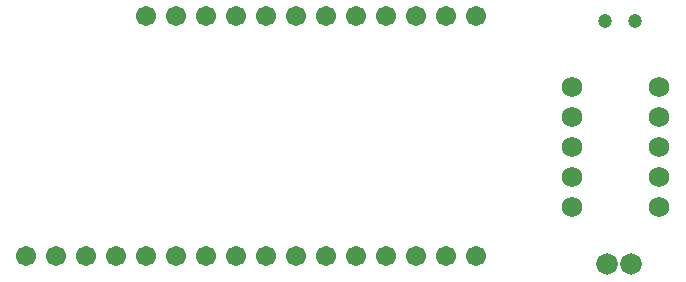
<source format=gts>
G04 Layer: TopSolderMaskLayer*
G04 EasyEDA v6.4.31, 2022-03-01 11:20:37*
G04 6713203271664cd18529d9af3764870e,10*
G04 Gerber Generator version 0.2*
G04 Scale: 100 percent, Rotated: No, Reflected: No *
G04 Dimensions in millimeters *
G04 leading zeros omitted , absolute positions ,4 integer and 5 decimal *
%FSLAX45Y45*%
%MOMM*%

%ADD22C,1.8288*%
%ADD23C,1.7026*%
%ADD24C,1.2040*%
%ADD25C,1.7280*%

%LPD*%
D22*
G01*
X6618300Y732409D03*
G01*
X6818299Y732409D03*
D23*
G01*
X5511800Y800100D03*
G01*
X5257800Y800100D03*
G01*
X5003800Y800100D03*
G01*
X4749800Y800100D03*
G01*
X4495800Y800100D03*
G01*
X4241800Y800100D03*
G01*
X3987800Y800100D03*
G01*
X3733800Y800100D03*
G01*
X3479800Y800100D03*
G01*
X3225800Y800100D03*
G01*
X2971800Y800100D03*
G01*
X2717800Y800100D03*
G01*
X2463800Y800100D03*
G01*
X2209800Y800100D03*
G01*
X1955800Y800100D03*
G01*
X1701800Y800100D03*
G01*
X5511800Y2832100D03*
G01*
X5257800Y2832100D03*
G01*
X5003800Y2832100D03*
G01*
X4749800Y2832100D03*
G01*
X4495800Y2832100D03*
G01*
X4241800Y2832100D03*
G01*
X3987800Y2832100D03*
G01*
X3733800Y2832100D03*
G01*
X3479800Y2832100D03*
G01*
X3225800Y2832100D03*
G01*
X2971800Y2832100D03*
G01*
X2717800Y2832100D03*
D24*
G01*
X6604000Y2794000D03*
G01*
X6858000Y2794000D03*
D25*
G01*
X7061200Y1473200D03*
G01*
X7061200Y1727200D03*
G01*
X7061200Y1981200D03*
G01*
X7061200Y2235200D03*
G01*
X6324600Y2235200D03*
G01*
X6324600Y1981200D03*
G01*
X6324600Y1727200D03*
G01*
X6324600Y1473200D03*
G01*
X6324600Y1219200D03*
G01*
X7061200Y1219200D03*
M02*

</source>
